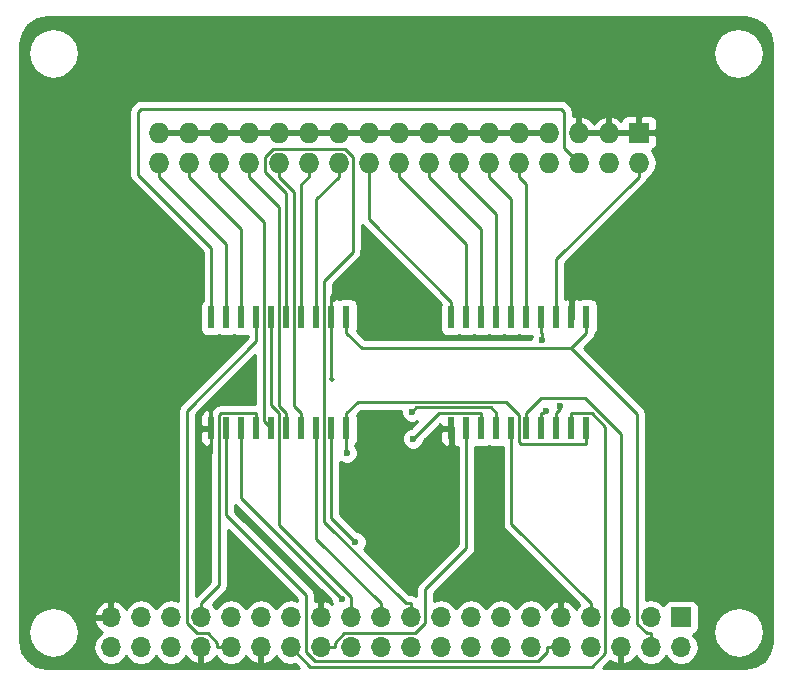
<source format=gbr>
G04 #@! TF.FileFunction,Copper,L2,Bot,Signal*
%FSLAX46Y46*%
G04 Gerber Fmt 4.6, Leading zero omitted, Abs format (unit mm)*
G04 Created by KiCad (PCBNEW 4.0.7) date 01/21/18 21:35:54*
%MOMM*%
%LPD*%
G01*
G04 APERTURE LIST*
%ADD10C,0.100000*%
%ADD11R,1.700000X1.700000*%
%ADD12O,1.700000X1.700000*%
%ADD13R,0.600000X1.950000*%
%ADD14R,1.727200X1.727200*%
%ADD15O,1.727200X1.727200*%
%ADD16C,0.600000*%
%ADD17C,0.250000*%
%ADD18C,0.254000*%
G04 APERTURE END LIST*
D10*
D11*
X166116000Y-88011000D03*
D12*
X166116000Y-90551000D03*
X163576000Y-88011000D03*
X163576000Y-90551000D03*
X161036000Y-88011000D03*
X161036000Y-90551000D03*
X158496000Y-88011000D03*
X158496000Y-90551000D03*
X155956000Y-88011000D03*
X155956000Y-90551000D03*
X153416000Y-88011000D03*
X153416000Y-90551000D03*
X150876000Y-88011000D03*
X150876000Y-90551000D03*
X148336000Y-88011000D03*
X148336000Y-90551000D03*
X145796000Y-88011000D03*
X145796000Y-90551000D03*
X143256000Y-88011000D03*
X143256000Y-90551000D03*
X140716000Y-88011000D03*
X140716000Y-90551000D03*
X138176000Y-88011000D03*
X138176000Y-90551000D03*
X135636000Y-88011000D03*
X135636000Y-90551000D03*
X133096000Y-88011000D03*
X133096000Y-90551000D03*
X130556000Y-88011000D03*
X130556000Y-90551000D03*
X128016000Y-88011000D03*
X128016000Y-90551000D03*
X125476000Y-88011000D03*
X125476000Y-90551000D03*
X122936000Y-88011000D03*
X122936000Y-90551000D03*
X120396000Y-88011000D03*
X120396000Y-90551000D03*
X117856000Y-88011000D03*
X117856000Y-90551000D03*
D13*
X158115000Y-72010000D03*
X156845000Y-72010000D03*
X155575000Y-72010000D03*
X154305000Y-72010000D03*
X153035000Y-72010000D03*
X151765000Y-72010000D03*
X150495000Y-72010000D03*
X149225000Y-72010000D03*
X147955000Y-72010000D03*
X146685000Y-72010000D03*
X146685000Y-62610000D03*
X147955000Y-62610000D03*
X149225000Y-62610000D03*
X150495000Y-62610000D03*
X151765000Y-62610000D03*
X153035000Y-62610000D03*
X154305000Y-62610000D03*
X155575000Y-62610000D03*
X156845000Y-62610000D03*
X158115000Y-62610000D03*
X137795000Y-72010000D03*
X136525000Y-72010000D03*
X135255000Y-72010000D03*
X133985000Y-72010000D03*
X132715000Y-72010000D03*
X131445000Y-72010000D03*
X130175000Y-72010000D03*
X128905000Y-72010000D03*
X127635000Y-72010000D03*
X126365000Y-72010000D03*
X126365000Y-62610000D03*
X127635000Y-62610000D03*
X128905000Y-62610000D03*
X130175000Y-62610000D03*
X131445000Y-62610000D03*
X132715000Y-62610000D03*
X133985000Y-62610000D03*
X135255000Y-62610000D03*
X136525000Y-62610000D03*
X137795000Y-62610000D03*
D14*
X162560000Y-46990000D03*
D15*
X162560000Y-49530000D03*
X160020000Y-46990000D03*
X160020000Y-49530000D03*
X157480000Y-46990000D03*
X157480000Y-49530000D03*
X154940000Y-46990000D03*
X154940000Y-49530000D03*
X152400000Y-46990000D03*
X152400000Y-49530000D03*
X149860000Y-46990000D03*
X149860000Y-49530000D03*
X147320000Y-46990000D03*
X147320000Y-49530000D03*
X144780000Y-46990000D03*
X144780000Y-49530000D03*
X142240000Y-46990000D03*
X142240000Y-49530000D03*
X139700000Y-46990000D03*
X139700000Y-49530000D03*
X137160000Y-46990000D03*
X137160000Y-49530000D03*
X134620000Y-46990000D03*
X134620000Y-49530000D03*
X132080000Y-46990000D03*
X132080000Y-49530000D03*
X129540000Y-46990000D03*
X129540000Y-49530000D03*
X127000000Y-46990000D03*
X127000000Y-49530000D03*
X124460000Y-46990000D03*
X124460000Y-49530000D03*
X121920000Y-46990000D03*
X121920000Y-49530000D03*
D16*
X139192000Y-57150000D03*
X146558000Y-77216000D03*
X129286000Y-67818000D03*
X125730000Y-74676000D03*
X129540000Y-84328000D03*
X128016000Y-81534000D03*
X155881800Y-70093400D03*
X154648000Y-70529300D03*
X137406400Y-86430000D03*
X138558000Y-81651500D03*
X154330500Y-64560400D03*
X143337400Y-70608200D03*
X143420100Y-72886200D03*
X137836000Y-74101200D03*
D17*
X136525000Y-62610000D02*
X136525000Y-60833000D01*
X139192000Y-58166000D02*
X139192000Y-57150000D01*
X136525000Y-60833000D02*
X139192000Y-58166000D01*
X146685000Y-72010000D02*
X146685000Y-77089000D01*
X146685000Y-77089000D02*
X146558000Y-77216000D01*
X136525000Y-62610000D02*
X136525000Y-67691000D01*
X136525000Y-67691000D02*
X136398000Y-67818000D01*
X136525000Y-62610000D02*
X136525000Y-67945000D01*
X136525000Y-67945000D02*
X136652000Y-67818000D01*
X126365000Y-72010000D02*
X126365000Y-70485000D01*
X129032000Y-67818000D02*
X129286000Y-67818000D01*
X126365000Y-70485000D02*
X129032000Y-67818000D01*
X126365000Y-72010000D02*
X126365000Y-74041000D01*
X126365000Y-74041000D02*
X125730000Y-74676000D01*
X129540000Y-84328000D02*
X128016000Y-82804000D01*
X128016000Y-82804000D02*
X128016000Y-81534000D01*
X155575000Y-57703900D02*
X155575000Y-62610000D01*
X162560000Y-50718900D02*
X155575000Y-57703900D01*
X162560000Y-49530000D02*
X162560000Y-50718900D01*
X153416000Y-44958000D02*
X155956000Y-44958000D01*
X156210000Y-45212000D02*
X156210000Y-48260000D01*
X155956000Y-44958000D02*
X156210000Y-45212000D01*
X126365000Y-62610000D02*
X126365000Y-56769000D01*
X156210000Y-48260000D02*
X157480000Y-49530000D01*
X120396000Y-44958000D02*
X153416000Y-44958000D01*
X120142000Y-45212000D02*
X120396000Y-44958000D01*
X120142000Y-49022000D02*
X120142000Y-45212000D01*
X120142000Y-50546000D02*
X120142000Y-49022000D01*
X126365000Y-56769000D02*
X120142000Y-50546000D01*
X155881800Y-70402900D02*
X155575000Y-70709700D01*
X155881800Y-70093400D02*
X155881800Y-70402900D01*
X155575000Y-72010000D02*
X155575000Y-70709700D01*
X153035000Y-51353900D02*
X153035000Y-62610000D01*
X152400000Y-50718900D02*
X153035000Y-51353900D01*
X152400000Y-49530000D02*
X152400000Y-50718900D01*
X151765000Y-52623900D02*
X151765000Y-62610000D01*
X149860000Y-50718900D02*
X151765000Y-52623900D01*
X149860000Y-49530000D02*
X149860000Y-50718900D01*
X150495000Y-53893900D02*
X150495000Y-62610000D01*
X147320000Y-50718900D02*
X150495000Y-53893900D01*
X147320000Y-49530000D02*
X147320000Y-50718900D01*
X144780000Y-49530000D02*
X144780000Y-50718900D01*
X149225000Y-55163900D02*
X149225000Y-62610000D01*
X144780000Y-50718900D02*
X149225000Y-55163900D01*
X147955000Y-56433900D02*
X147955000Y-62610000D01*
X142240000Y-50718900D02*
X147955000Y-56433900D01*
X142240000Y-49530000D02*
X142240000Y-50718900D01*
X139700000Y-54324700D02*
X146685000Y-61309700D01*
X139700000Y-49530000D02*
X139700000Y-54324700D01*
X146685000Y-62610000D02*
X146685000Y-61309700D01*
X135255000Y-52623900D02*
X135255000Y-62610000D01*
X137160000Y-50718900D02*
X135255000Y-52623900D01*
X137160000Y-49530000D02*
X137160000Y-50718900D01*
X133985000Y-51353900D02*
X133985000Y-62610000D01*
X134620000Y-50718900D02*
X133985000Y-51353900D01*
X134620000Y-49530000D02*
X134620000Y-50718900D01*
X133359700Y-70084400D02*
X133985000Y-70709700D01*
X133359700Y-51998600D02*
X133359700Y-70084400D01*
X132080000Y-50718900D02*
X133359700Y-51998600D01*
X132080000Y-49530000D02*
X132080000Y-50718900D01*
X133985000Y-72010000D02*
X133985000Y-70709700D01*
X129540000Y-49530000D02*
X129540000Y-50718900D01*
X132715000Y-72010000D02*
X132715000Y-70709700D01*
X132089700Y-53268600D02*
X129540000Y-50718900D01*
X132089700Y-70084400D02*
X132089700Y-53268600D01*
X132715000Y-70709700D02*
X132089700Y-70084400D01*
X130800400Y-71365400D02*
X131445000Y-72010000D01*
X130800400Y-54519300D02*
X130800400Y-71365400D01*
X127000000Y-50718900D02*
X130800400Y-54519300D01*
X127000000Y-49530000D02*
X127000000Y-50718900D01*
X128905000Y-55163900D02*
X128905000Y-62610000D01*
X124460000Y-50718900D02*
X128905000Y-55163900D01*
X124460000Y-49530000D02*
X124460000Y-50718900D01*
X121920000Y-49530000D02*
X121920000Y-50718900D01*
X127635000Y-56433900D02*
X121920000Y-50718900D01*
X127635000Y-61309700D02*
X127635000Y-56433900D01*
X127635000Y-62610000D02*
X127635000Y-61309700D01*
X137795000Y-62610000D02*
X137795000Y-63910300D01*
X158115000Y-62610000D02*
X158115000Y-63910300D01*
X163576000Y-90551000D02*
X163576000Y-89375700D01*
X163208600Y-89375700D02*
X163576000Y-89375700D01*
X162400700Y-88567800D02*
X163208600Y-89375700D01*
X162400700Y-70762200D02*
X162400700Y-88567800D01*
X156831900Y-65193400D02*
X162400700Y-70762200D01*
X139078100Y-65193400D02*
X156831900Y-65193400D01*
X137795000Y-63910300D02*
X139078100Y-65193400D01*
X156831900Y-65193400D02*
X158115000Y-63910300D01*
X154467600Y-70709700D02*
X154305000Y-70709700D01*
X154648000Y-70529300D02*
X154467600Y-70709700D01*
X154305000Y-72010000D02*
X154305000Y-70709700D01*
X161036000Y-72526900D02*
X161036000Y-88011000D01*
X157970200Y-69461100D02*
X161036000Y-72526900D01*
X154283600Y-69461100D02*
X157970200Y-69461100D01*
X153035000Y-70709700D02*
X154283600Y-69461100D01*
X153035000Y-72010000D02*
X153035000Y-70709700D01*
X151765000Y-80104700D02*
X158496000Y-86835700D01*
X151765000Y-72010000D02*
X151765000Y-80104700D01*
X158496000Y-88011000D02*
X158496000Y-86835700D01*
X128905000Y-77928600D02*
X137406400Y-86430000D01*
X128905000Y-72010000D02*
X128905000Y-77928600D01*
X154780700Y-90918400D02*
X154780700Y-90551000D01*
X153972800Y-91726300D02*
X154780700Y-90918400D01*
X135146100Y-91726300D02*
X153972800Y-91726300D01*
X134366000Y-90946200D02*
X135146100Y-91726300D01*
X134366000Y-86108300D02*
X134366000Y-90946200D01*
X127635000Y-79377300D02*
X134366000Y-86108300D01*
X127635000Y-72010000D02*
X127635000Y-79377300D01*
X155956000Y-90551000D02*
X154780700Y-90551000D01*
X142815300Y-86835700D02*
X143256000Y-86835700D01*
X135899600Y-79920000D02*
X142815300Y-86835700D01*
X135899600Y-59507200D02*
X135899600Y-79920000D01*
X138358900Y-57047900D02*
X135899600Y-59507200D01*
X138358900Y-49025600D02*
X138358900Y-57047900D01*
X137674300Y-48341000D02*
X138358900Y-49025600D01*
X131563100Y-48341000D02*
X137674300Y-48341000D01*
X130891000Y-49013100D02*
X131563100Y-48341000D01*
X130891000Y-50268400D02*
X130891000Y-49013100D01*
X132715000Y-52092400D02*
X130891000Y-50268400D01*
X132715000Y-62610000D02*
X132715000Y-52092400D01*
X143256000Y-88011000D02*
X143256000Y-86835700D01*
X135255000Y-81374700D02*
X140716000Y-86835700D01*
X135255000Y-72010000D02*
X135255000Y-81374700D01*
X140716000Y-88011000D02*
X140716000Y-86835700D01*
X138176000Y-88011000D02*
X138176000Y-86835700D01*
X131445000Y-70076600D02*
X131445000Y-62610000D01*
X132070400Y-70702000D02*
X131445000Y-70076600D01*
X132070400Y-80209600D02*
X132070400Y-70702000D01*
X138176000Y-86315200D02*
X132070400Y-80209600D01*
X138176000Y-86835700D02*
X138176000Y-86315200D01*
X136525000Y-79618500D02*
X138558000Y-81651500D01*
X136525000Y-72010000D02*
X136525000Y-79618500D01*
X136811300Y-90183600D02*
X136811300Y-90551000D01*
X137619200Y-89375700D02*
X136811300Y-90183600D01*
X143565400Y-89375700D02*
X137619200Y-89375700D01*
X144431400Y-88509700D02*
X143565400Y-89375700D01*
X144431400Y-85657800D02*
X144431400Y-88509700D01*
X147955000Y-82134200D02*
X144431400Y-85657800D01*
X147955000Y-72010000D02*
X147955000Y-82134200D01*
X135636000Y-90551000D02*
X136811300Y-90551000D01*
X154330500Y-63935800D02*
X154330500Y-64560400D01*
X154305000Y-63910300D02*
X154330500Y-63935800D01*
X154305000Y-62610000D02*
X154305000Y-63910300D01*
X134728900Y-92183900D02*
X133096000Y-90551000D01*
X158575500Y-92183900D02*
X134728900Y-92183900D01*
X159709700Y-91049700D02*
X158575500Y-92183900D01*
X159709700Y-71869600D02*
X159709700Y-91049700D01*
X158549800Y-70709700D02*
X159709700Y-71869600D01*
X156845000Y-70709700D02*
X158549800Y-70709700D01*
X156845000Y-72010000D02*
X156845000Y-70709700D01*
X143718900Y-70226700D02*
X143337400Y-70608200D01*
X150012000Y-70226700D02*
X143718900Y-70226700D01*
X150495000Y-70709700D02*
X150012000Y-70226700D01*
X150495000Y-72010000D02*
X150495000Y-70709700D01*
X145596600Y-70709700D02*
X143420100Y-72886200D01*
X149225000Y-70709700D02*
X145596600Y-70709700D01*
X149225000Y-72010000D02*
X149225000Y-70709700D01*
X126840700Y-90183600D02*
X126840700Y-90551000D01*
X126032800Y-89375700D02*
X126840700Y-90183600D01*
X125139700Y-89375700D02*
X126032800Y-89375700D01*
X124300600Y-88536600D02*
X125139700Y-89375700D01*
X124300600Y-70504400D02*
X124300600Y-88536600D01*
X130175000Y-64630000D02*
X124300600Y-70504400D01*
X130175000Y-62610000D02*
X130175000Y-64630000D01*
X128016000Y-90551000D02*
X126840700Y-90551000D01*
X127009600Y-85302100D02*
X125476000Y-86835700D01*
X127009600Y-70856600D02*
X127009600Y-85302100D01*
X127156500Y-70709700D02*
X127009600Y-70856600D01*
X130175000Y-70709700D02*
X127156500Y-70709700D01*
X130175000Y-72010000D02*
X130175000Y-70709700D01*
X125476000Y-88011000D02*
X125476000Y-86835700D01*
X158115000Y-72010000D02*
X158115000Y-73310300D01*
X152558000Y-73310300D02*
X158115000Y-73310300D01*
X152409600Y-73161900D02*
X152558000Y-73310300D01*
X152409600Y-70911400D02*
X152409600Y-73161900D01*
X151260200Y-69762000D02*
X152409600Y-70911400D01*
X138742700Y-69762000D02*
X151260200Y-69762000D01*
X137795000Y-70709700D02*
X138742700Y-69762000D01*
X137795000Y-72010000D02*
X137795000Y-70709700D01*
X137795000Y-74060200D02*
X137795000Y-72010000D01*
X137836000Y-74101200D02*
X137795000Y-74060200D01*
D18*
G36*
X172500865Y-37416800D02*
X173182832Y-37894727D01*
X173629991Y-38597249D01*
X173788000Y-39495473D01*
X173788000Y-90155599D01*
X173593700Y-91030365D01*
X173115773Y-91712332D01*
X172413251Y-92159491D01*
X171515027Y-92317500D01*
X159516702Y-92317500D01*
X160134343Y-91699859D01*
X160269076Y-91822645D01*
X160679110Y-91992476D01*
X160909000Y-91871155D01*
X160909000Y-90678000D01*
X160889000Y-90678000D01*
X160889000Y-90424000D01*
X160909000Y-90424000D01*
X160909000Y-90404000D01*
X161163000Y-90404000D01*
X161163000Y-90424000D01*
X161183000Y-90424000D01*
X161183000Y-90678000D01*
X161163000Y-90678000D01*
X161163000Y-91871155D01*
X161392890Y-91992476D01*
X161802924Y-91822645D01*
X162231183Y-91432358D01*
X162298298Y-91289447D01*
X162525946Y-91630147D01*
X163007715Y-91952054D01*
X163576000Y-92065093D01*
X164144285Y-91952054D01*
X164626054Y-91630147D01*
X164846000Y-91300974D01*
X165065946Y-91630147D01*
X165547715Y-91952054D01*
X166116000Y-92065093D01*
X166684285Y-91952054D01*
X167166054Y-91630147D01*
X167487961Y-91148378D01*
X167601000Y-90580093D01*
X167601000Y-90521907D01*
X167487961Y-89953622D01*
X167166054Y-89471853D01*
X167164821Y-89471029D01*
X167201317Y-89464162D01*
X167417441Y-89325090D01*
X167456092Y-89268522D01*
X168847477Y-89268522D01*
X169011747Y-90094362D01*
X169479547Y-90794475D01*
X170179660Y-91262275D01*
X171005500Y-91426545D01*
X171831340Y-91262275D01*
X172531453Y-90794475D01*
X172999253Y-90094362D01*
X173163523Y-89268522D01*
X172999253Y-88442682D01*
X172531453Y-87742569D01*
X171831340Y-87274769D01*
X171005500Y-87110499D01*
X170179660Y-87274769D01*
X169479547Y-87742569D01*
X169011747Y-88442682D01*
X168847477Y-89268522D01*
X167456092Y-89268522D01*
X167562431Y-89112890D01*
X167613440Y-88861000D01*
X167613440Y-87161000D01*
X167569162Y-86925683D01*
X167430090Y-86709559D01*
X167217890Y-86564569D01*
X166966000Y-86513560D01*
X165266000Y-86513560D01*
X165030683Y-86557838D01*
X164814559Y-86696910D01*
X164669569Y-86909110D01*
X164655914Y-86976541D01*
X164626054Y-86931853D01*
X164144285Y-86609946D01*
X163576000Y-86496907D01*
X163160700Y-86579515D01*
X163160700Y-70762200D01*
X163102848Y-70471361D01*
X162938101Y-70224799D01*
X157906702Y-65193400D01*
X158652401Y-64447701D01*
X158817148Y-64201140D01*
X158844596Y-64063147D01*
X158866441Y-64049090D01*
X159011431Y-63836890D01*
X159062440Y-63585000D01*
X159062440Y-61635000D01*
X159018162Y-61399683D01*
X158879090Y-61183559D01*
X158666890Y-61038569D01*
X158415000Y-60987560D01*
X157815000Y-60987560D01*
X157579683Y-61031838D01*
X157489020Y-61090178D01*
X157271310Y-61000000D01*
X157130750Y-61000000D01*
X156972000Y-61158750D01*
X156972000Y-62483000D01*
X156992000Y-62483000D01*
X156992000Y-62737000D01*
X156972000Y-62737000D01*
X156972000Y-62757000D01*
X156718000Y-62757000D01*
X156718000Y-62737000D01*
X156698000Y-62737000D01*
X156698000Y-62483000D01*
X156718000Y-62483000D01*
X156718000Y-61158750D01*
X156559250Y-61000000D01*
X156418690Y-61000000D01*
X156335000Y-61034666D01*
X156335000Y-58018702D01*
X163097401Y-51256301D01*
X163262148Y-51009739D01*
X163296976Y-50834646D01*
X163619670Y-50619029D01*
X163944526Y-50132848D01*
X164058600Y-49559359D01*
X164058600Y-49500641D01*
X163944526Y-48927152D01*
X163629474Y-48455644D01*
X163783299Y-48391927D01*
X163961927Y-48213298D01*
X164058600Y-47979909D01*
X164058600Y-47275750D01*
X163899850Y-47117000D01*
X162687000Y-47117000D01*
X162687000Y-47137000D01*
X162433000Y-47137000D01*
X162433000Y-47117000D01*
X160147000Y-47117000D01*
X160147000Y-47137000D01*
X159893000Y-47137000D01*
X159893000Y-47117000D01*
X157607000Y-47117000D01*
X157607000Y-47137000D01*
X157353000Y-47137000D01*
X157353000Y-47117000D01*
X157333000Y-47117000D01*
X157333000Y-46863000D01*
X157353000Y-46863000D01*
X157353000Y-45656183D01*
X157607000Y-45656183D01*
X157607000Y-46863000D01*
X159893000Y-46863000D01*
X159893000Y-45656183D01*
X160147000Y-45656183D01*
X160147000Y-46863000D01*
X162433000Y-46863000D01*
X162433000Y-45650150D01*
X162687000Y-45650150D01*
X162687000Y-46863000D01*
X163899850Y-46863000D01*
X164058600Y-46704250D01*
X164058600Y-46000091D01*
X163961927Y-45766702D01*
X163783299Y-45588073D01*
X163549910Y-45491400D01*
X162845750Y-45491400D01*
X162687000Y-45650150D01*
X162433000Y-45650150D01*
X162274250Y-45491400D01*
X161570090Y-45491400D01*
X161336701Y-45588073D01*
X161158073Y-45766702D01*
X161076300Y-45964120D01*
X160794947Y-45707312D01*
X160379026Y-45535042D01*
X160147000Y-45656183D01*
X159893000Y-45656183D01*
X159660974Y-45535042D01*
X159245053Y-45707312D01*
X158813179Y-46101510D01*
X158750000Y-46236313D01*
X158686821Y-46101510D01*
X158254947Y-45707312D01*
X157839026Y-45535042D01*
X157607000Y-45656183D01*
X157353000Y-45656183D01*
X157120974Y-45535042D01*
X156970000Y-45597574D01*
X156970000Y-45212000D01*
X156912148Y-44921161D01*
X156912148Y-44921160D01*
X156747401Y-44674599D01*
X156493401Y-44420599D01*
X156246839Y-44255852D01*
X155956000Y-44198000D01*
X120396000Y-44198000D01*
X120105160Y-44255852D01*
X119858599Y-44420599D01*
X119604599Y-44674599D01*
X119439852Y-44921161D01*
X119382000Y-45212000D01*
X119382000Y-50546000D01*
X119439852Y-50836839D01*
X119604599Y-51083401D01*
X125605000Y-57083802D01*
X125605000Y-61183437D01*
X125468569Y-61383110D01*
X125417560Y-61635000D01*
X125417560Y-63585000D01*
X125461838Y-63820317D01*
X125600910Y-64036441D01*
X125813110Y-64181431D01*
X126065000Y-64232440D01*
X126665000Y-64232440D01*
X126900317Y-64188162D01*
X126999528Y-64124322D01*
X127083110Y-64181431D01*
X127335000Y-64232440D01*
X127935000Y-64232440D01*
X128170317Y-64188162D01*
X128269528Y-64124322D01*
X128353110Y-64181431D01*
X128605000Y-64232440D01*
X129205000Y-64232440D01*
X129415000Y-64192926D01*
X129415000Y-64315198D01*
X123763199Y-69966999D01*
X123598452Y-70213561D01*
X123540600Y-70504400D01*
X123540600Y-86634211D01*
X123504285Y-86609946D01*
X122936000Y-86496907D01*
X122367715Y-86609946D01*
X121885946Y-86931853D01*
X121666000Y-87261026D01*
X121446054Y-86931853D01*
X120964285Y-86609946D01*
X120396000Y-86496907D01*
X119827715Y-86609946D01*
X119345946Y-86931853D01*
X119118298Y-87272553D01*
X119051183Y-87129642D01*
X118622924Y-86739355D01*
X118212890Y-86569524D01*
X117983000Y-86690845D01*
X117983000Y-87884000D01*
X118003000Y-87884000D01*
X118003000Y-88138000D01*
X117983000Y-88138000D01*
X117983000Y-88158000D01*
X117729000Y-88158000D01*
X117729000Y-88138000D01*
X116535181Y-88138000D01*
X116414514Y-88367892D01*
X116660817Y-88892358D01*
X117089076Y-89282645D01*
X117089101Y-89282655D01*
X116805946Y-89471853D01*
X116484039Y-89953622D01*
X116371000Y-90521907D01*
X116371000Y-90580093D01*
X116484039Y-91148378D01*
X116805946Y-91630147D01*
X117287715Y-91952054D01*
X117856000Y-92065093D01*
X118424285Y-91952054D01*
X118906054Y-91630147D01*
X119126000Y-91300974D01*
X119345946Y-91630147D01*
X119827715Y-91952054D01*
X120396000Y-92065093D01*
X120964285Y-91952054D01*
X121446054Y-91630147D01*
X121666000Y-91300974D01*
X121885946Y-91630147D01*
X122367715Y-91952054D01*
X122936000Y-92065093D01*
X123504285Y-91952054D01*
X123986054Y-91630147D01*
X124213702Y-91289447D01*
X124280817Y-91432358D01*
X124709076Y-91822645D01*
X125119110Y-91992476D01*
X125349000Y-91871155D01*
X125349000Y-90678000D01*
X125329000Y-90678000D01*
X125329000Y-90424000D01*
X125349000Y-90424000D01*
X125349000Y-90404000D01*
X125603000Y-90404000D01*
X125603000Y-90424000D01*
X125623000Y-90424000D01*
X125623000Y-90678000D01*
X125603000Y-90678000D01*
X125603000Y-91871155D01*
X125832890Y-91992476D01*
X126242924Y-91822645D01*
X126671183Y-91432358D01*
X126737789Y-91290530D01*
X126739210Y-91290812D01*
X126965946Y-91630147D01*
X127447715Y-91952054D01*
X128016000Y-92065093D01*
X128584285Y-91952054D01*
X129066054Y-91630147D01*
X129293702Y-91289447D01*
X129360817Y-91432358D01*
X129789076Y-91822645D01*
X130199110Y-91992476D01*
X130429000Y-91871155D01*
X130429000Y-90678000D01*
X130409000Y-90678000D01*
X130409000Y-90424000D01*
X130429000Y-90424000D01*
X130429000Y-90404000D01*
X130683000Y-90404000D01*
X130683000Y-90424000D01*
X130703000Y-90424000D01*
X130703000Y-90678000D01*
X130683000Y-90678000D01*
X130683000Y-91871155D01*
X130912890Y-91992476D01*
X131322924Y-91822645D01*
X131751183Y-91432358D01*
X131818298Y-91289447D01*
X132045946Y-91630147D01*
X132527715Y-91952054D01*
X133096000Y-92065093D01*
X133462408Y-91992210D01*
X133787698Y-92317500D01*
X112345901Y-92317500D01*
X111471135Y-92123200D01*
X110789168Y-91645273D01*
X110342009Y-90942751D01*
X110184000Y-90044527D01*
X110184000Y-89281000D01*
X110820955Y-89281000D01*
X110985225Y-90106840D01*
X111453025Y-90806953D01*
X112153138Y-91274753D01*
X112978978Y-91439023D01*
X113804818Y-91274753D01*
X114504931Y-90806953D01*
X114972731Y-90106840D01*
X115137001Y-89281000D01*
X114972731Y-88455160D01*
X114504931Y-87755047D01*
X114353865Y-87654108D01*
X116414514Y-87654108D01*
X116535181Y-87884000D01*
X117729000Y-87884000D01*
X117729000Y-86690845D01*
X117499110Y-86569524D01*
X117089076Y-86739355D01*
X116660817Y-87129642D01*
X116414514Y-87654108D01*
X114353865Y-87654108D01*
X113804818Y-87287247D01*
X112978978Y-87122977D01*
X112153138Y-87287247D01*
X111453025Y-87755047D01*
X110985225Y-88455160D01*
X110820955Y-89281000D01*
X110184000Y-89281000D01*
X110184000Y-40246522D01*
X110820955Y-40246522D01*
X110985225Y-41072362D01*
X111453025Y-41772475D01*
X112153138Y-42240275D01*
X112978978Y-42404545D01*
X113804818Y-42240275D01*
X114504931Y-41772475D01*
X114972731Y-41072362D01*
X115134518Y-40259000D01*
X168796455Y-40259000D01*
X168960725Y-41084840D01*
X169428525Y-41784953D01*
X170128638Y-42252753D01*
X170954478Y-42417023D01*
X171780318Y-42252753D01*
X172480431Y-41784953D01*
X172948231Y-41084840D01*
X173112501Y-40259000D01*
X172948231Y-39433160D01*
X172480431Y-38733047D01*
X171780318Y-38265247D01*
X170954478Y-38100977D01*
X170128638Y-38265247D01*
X169428525Y-38733047D01*
X168960725Y-39433160D01*
X168796455Y-40259000D01*
X115134518Y-40259000D01*
X115137001Y-40246522D01*
X114972731Y-39420682D01*
X114504931Y-38720569D01*
X113804818Y-38252769D01*
X112978978Y-38088499D01*
X112153138Y-38252769D01*
X111453025Y-38720569D01*
X110985225Y-39420682D01*
X110820955Y-40246522D01*
X110184000Y-40246522D01*
X110184000Y-39384401D01*
X110378300Y-38509635D01*
X110856227Y-37827668D01*
X111558749Y-37380509D01*
X112456973Y-37222500D01*
X171626099Y-37222500D01*
X172500865Y-37416800D01*
X172500865Y-37416800D01*
G37*
X172500865Y-37416800D02*
X173182832Y-37894727D01*
X173629991Y-38597249D01*
X173788000Y-39495473D01*
X173788000Y-90155599D01*
X173593700Y-91030365D01*
X173115773Y-91712332D01*
X172413251Y-92159491D01*
X171515027Y-92317500D01*
X159516702Y-92317500D01*
X160134343Y-91699859D01*
X160269076Y-91822645D01*
X160679110Y-91992476D01*
X160909000Y-91871155D01*
X160909000Y-90678000D01*
X160889000Y-90678000D01*
X160889000Y-90424000D01*
X160909000Y-90424000D01*
X160909000Y-90404000D01*
X161163000Y-90404000D01*
X161163000Y-90424000D01*
X161183000Y-90424000D01*
X161183000Y-90678000D01*
X161163000Y-90678000D01*
X161163000Y-91871155D01*
X161392890Y-91992476D01*
X161802924Y-91822645D01*
X162231183Y-91432358D01*
X162298298Y-91289447D01*
X162525946Y-91630147D01*
X163007715Y-91952054D01*
X163576000Y-92065093D01*
X164144285Y-91952054D01*
X164626054Y-91630147D01*
X164846000Y-91300974D01*
X165065946Y-91630147D01*
X165547715Y-91952054D01*
X166116000Y-92065093D01*
X166684285Y-91952054D01*
X167166054Y-91630147D01*
X167487961Y-91148378D01*
X167601000Y-90580093D01*
X167601000Y-90521907D01*
X167487961Y-89953622D01*
X167166054Y-89471853D01*
X167164821Y-89471029D01*
X167201317Y-89464162D01*
X167417441Y-89325090D01*
X167456092Y-89268522D01*
X168847477Y-89268522D01*
X169011747Y-90094362D01*
X169479547Y-90794475D01*
X170179660Y-91262275D01*
X171005500Y-91426545D01*
X171831340Y-91262275D01*
X172531453Y-90794475D01*
X172999253Y-90094362D01*
X173163523Y-89268522D01*
X172999253Y-88442682D01*
X172531453Y-87742569D01*
X171831340Y-87274769D01*
X171005500Y-87110499D01*
X170179660Y-87274769D01*
X169479547Y-87742569D01*
X169011747Y-88442682D01*
X168847477Y-89268522D01*
X167456092Y-89268522D01*
X167562431Y-89112890D01*
X167613440Y-88861000D01*
X167613440Y-87161000D01*
X167569162Y-86925683D01*
X167430090Y-86709559D01*
X167217890Y-86564569D01*
X166966000Y-86513560D01*
X165266000Y-86513560D01*
X165030683Y-86557838D01*
X164814559Y-86696910D01*
X164669569Y-86909110D01*
X164655914Y-86976541D01*
X164626054Y-86931853D01*
X164144285Y-86609946D01*
X163576000Y-86496907D01*
X163160700Y-86579515D01*
X163160700Y-70762200D01*
X163102848Y-70471361D01*
X162938101Y-70224799D01*
X157906702Y-65193400D01*
X158652401Y-64447701D01*
X158817148Y-64201140D01*
X158844596Y-64063147D01*
X158866441Y-64049090D01*
X159011431Y-63836890D01*
X159062440Y-63585000D01*
X159062440Y-61635000D01*
X159018162Y-61399683D01*
X158879090Y-61183559D01*
X158666890Y-61038569D01*
X158415000Y-60987560D01*
X157815000Y-60987560D01*
X157579683Y-61031838D01*
X157489020Y-61090178D01*
X157271310Y-61000000D01*
X157130750Y-61000000D01*
X156972000Y-61158750D01*
X156972000Y-62483000D01*
X156992000Y-62483000D01*
X156992000Y-62737000D01*
X156972000Y-62737000D01*
X156972000Y-62757000D01*
X156718000Y-62757000D01*
X156718000Y-62737000D01*
X156698000Y-62737000D01*
X156698000Y-62483000D01*
X156718000Y-62483000D01*
X156718000Y-61158750D01*
X156559250Y-61000000D01*
X156418690Y-61000000D01*
X156335000Y-61034666D01*
X156335000Y-58018702D01*
X163097401Y-51256301D01*
X163262148Y-51009739D01*
X163296976Y-50834646D01*
X163619670Y-50619029D01*
X163944526Y-50132848D01*
X164058600Y-49559359D01*
X164058600Y-49500641D01*
X163944526Y-48927152D01*
X163629474Y-48455644D01*
X163783299Y-48391927D01*
X163961927Y-48213298D01*
X164058600Y-47979909D01*
X164058600Y-47275750D01*
X163899850Y-47117000D01*
X162687000Y-47117000D01*
X162687000Y-47137000D01*
X162433000Y-47137000D01*
X162433000Y-47117000D01*
X160147000Y-47117000D01*
X160147000Y-47137000D01*
X159893000Y-47137000D01*
X159893000Y-47117000D01*
X157607000Y-47117000D01*
X157607000Y-47137000D01*
X157353000Y-47137000D01*
X157353000Y-47117000D01*
X157333000Y-47117000D01*
X157333000Y-46863000D01*
X157353000Y-46863000D01*
X157353000Y-45656183D01*
X157607000Y-45656183D01*
X157607000Y-46863000D01*
X159893000Y-46863000D01*
X159893000Y-45656183D01*
X160147000Y-45656183D01*
X160147000Y-46863000D01*
X162433000Y-46863000D01*
X162433000Y-45650150D01*
X162687000Y-45650150D01*
X162687000Y-46863000D01*
X163899850Y-46863000D01*
X164058600Y-46704250D01*
X164058600Y-46000091D01*
X163961927Y-45766702D01*
X163783299Y-45588073D01*
X163549910Y-45491400D01*
X162845750Y-45491400D01*
X162687000Y-45650150D01*
X162433000Y-45650150D01*
X162274250Y-45491400D01*
X161570090Y-45491400D01*
X161336701Y-45588073D01*
X161158073Y-45766702D01*
X161076300Y-45964120D01*
X160794947Y-45707312D01*
X160379026Y-45535042D01*
X160147000Y-45656183D01*
X159893000Y-45656183D01*
X159660974Y-45535042D01*
X159245053Y-45707312D01*
X158813179Y-46101510D01*
X158750000Y-46236313D01*
X158686821Y-46101510D01*
X158254947Y-45707312D01*
X157839026Y-45535042D01*
X157607000Y-45656183D01*
X157353000Y-45656183D01*
X157120974Y-45535042D01*
X156970000Y-45597574D01*
X156970000Y-45212000D01*
X156912148Y-44921161D01*
X156912148Y-44921160D01*
X156747401Y-44674599D01*
X156493401Y-44420599D01*
X156246839Y-44255852D01*
X155956000Y-44198000D01*
X120396000Y-44198000D01*
X120105160Y-44255852D01*
X119858599Y-44420599D01*
X119604599Y-44674599D01*
X119439852Y-44921161D01*
X119382000Y-45212000D01*
X119382000Y-50546000D01*
X119439852Y-50836839D01*
X119604599Y-51083401D01*
X125605000Y-57083802D01*
X125605000Y-61183437D01*
X125468569Y-61383110D01*
X125417560Y-61635000D01*
X125417560Y-63585000D01*
X125461838Y-63820317D01*
X125600910Y-64036441D01*
X125813110Y-64181431D01*
X126065000Y-64232440D01*
X126665000Y-64232440D01*
X126900317Y-64188162D01*
X126999528Y-64124322D01*
X127083110Y-64181431D01*
X127335000Y-64232440D01*
X127935000Y-64232440D01*
X128170317Y-64188162D01*
X128269528Y-64124322D01*
X128353110Y-64181431D01*
X128605000Y-64232440D01*
X129205000Y-64232440D01*
X129415000Y-64192926D01*
X129415000Y-64315198D01*
X123763199Y-69966999D01*
X123598452Y-70213561D01*
X123540600Y-70504400D01*
X123540600Y-86634211D01*
X123504285Y-86609946D01*
X122936000Y-86496907D01*
X122367715Y-86609946D01*
X121885946Y-86931853D01*
X121666000Y-87261026D01*
X121446054Y-86931853D01*
X120964285Y-86609946D01*
X120396000Y-86496907D01*
X119827715Y-86609946D01*
X119345946Y-86931853D01*
X119118298Y-87272553D01*
X119051183Y-87129642D01*
X118622924Y-86739355D01*
X118212890Y-86569524D01*
X117983000Y-86690845D01*
X117983000Y-87884000D01*
X118003000Y-87884000D01*
X118003000Y-88138000D01*
X117983000Y-88138000D01*
X117983000Y-88158000D01*
X117729000Y-88158000D01*
X117729000Y-88138000D01*
X116535181Y-88138000D01*
X116414514Y-88367892D01*
X116660817Y-88892358D01*
X117089076Y-89282645D01*
X117089101Y-89282655D01*
X116805946Y-89471853D01*
X116484039Y-89953622D01*
X116371000Y-90521907D01*
X116371000Y-90580093D01*
X116484039Y-91148378D01*
X116805946Y-91630147D01*
X117287715Y-91952054D01*
X117856000Y-92065093D01*
X118424285Y-91952054D01*
X118906054Y-91630147D01*
X119126000Y-91300974D01*
X119345946Y-91630147D01*
X119827715Y-91952054D01*
X120396000Y-92065093D01*
X120964285Y-91952054D01*
X121446054Y-91630147D01*
X121666000Y-91300974D01*
X121885946Y-91630147D01*
X122367715Y-91952054D01*
X122936000Y-92065093D01*
X123504285Y-91952054D01*
X123986054Y-91630147D01*
X124213702Y-91289447D01*
X124280817Y-91432358D01*
X124709076Y-91822645D01*
X125119110Y-91992476D01*
X125349000Y-91871155D01*
X125349000Y-90678000D01*
X125329000Y-90678000D01*
X125329000Y-90424000D01*
X125349000Y-90424000D01*
X125349000Y-90404000D01*
X125603000Y-90404000D01*
X125603000Y-90424000D01*
X125623000Y-90424000D01*
X125623000Y-90678000D01*
X125603000Y-90678000D01*
X125603000Y-91871155D01*
X125832890Y-91992476D01*
X126242924Y-91822645D01*
X126671183Y-91432358D01*
X126737789Y-91290530D01*
X126739210Y-91290812D01*
X126965946Y-91630147D01*
X127447715Y-91952054D01*
X128016000Y-92065093D01*
X128584285Y-91952054D01*
X129066054Y-91630147D01*
X129293702Y-91289447D01*
X129360817Y-91432358D01*
X129789076Y-91822645D01*
X130199110Y-91992476D01*
X130429000Y-91871155D01*
X130429000Y-90678000D01*
X130409000Y-90678000D01*
X130409000Y-90424000D01*
X130429000Y-90424000D01*
X130429000Y-90404000D01*
X130683000Y-90404000D01*
X130683000Y-90424000D01*
X130703000Y-90424000D01*
X130703000Y-90678000D01*
X130683000Y-90678000D01*
X130683000Y-91871155D01*
X130912890Y-91992476D01*
X131322924Y-91822645D01*
X131751183Y-91432358D01*
X131818298Y-91289447D01*
X132045946Y-91630147D01*
X132527715Y-91952054D01*
X133096000Y-92065093D01*
X133462408Y-91992210D01*
X133787698Y-92317500D01*
X112345901Y-92317500D01*
X111471135Y-92123200D01*
X110789168Y-91645273D01*
X110342009Y-90942751D01*
X110184000Y-90044527D01*
X110184000Y-89281000D01*
X110820955Y-89281000D01*
X110985225Y-90106840D01*
X111453025Y-90806953D01*
X112153138Y-91274753D01*
X112978978Y-91439023D01*
X113804818Y-91274753D01*
X114504931Y-90806953D01*
X114972731Y-90106840D01*
X115137001Y-89281000D01*
X114972731Y-88455160D01*
X114504931Y-87755047D01*
X114353865Y-87654108D01*
X116414514Y-87654108D01*
X116535181Y-87884000D01*
X117729000Y-87884000D01*
X117729000Y-86690845D01*
X117499110Y-86569524D01*
X117089076Y-86739355D01*
X116660817Y-87129642D01*
X116414514Y-87654108D01*
X114353865Y-87654108D01*
X113804818Y-87287247D01*
X112978978Y-87122977D01*
X112153138Y-87287247D01*
X111453025Y-87755047D01*
X110985225Y-88455160D01*
X110820955Y-89281000D01*
X110184000Y-89281000D01*
X110184000Y-40246522D01*
X110820955Y-40246522D01*
X110985225Y-41072362D01*
X111453025Y-41772475D01*
X112153138Y-42240275D01*
X112978978Y-42404545D01*
X113804818Y-42240275D01*
X114504931Y-41772475D01*
X114972731Y-41072362D01*
X115134518Y-40259000D01*
X168796455Y-40259000D01*
X168960725Y-41084840D01*
X169428525Y-41784953D01*
X170128638Y-42252753D01*
X170954478Y-42417023D01*
X171780318Y-42252753D01*
X172480431Y-41784953D01*
X172948231Y-41084840D01*
X173112501Y-40259000D01*
X172948231Y-39433160D01*
X172480431Y-38733047D01*
X171780318Y-38265247D01*
X170954478Y-38100977D01*
X170128638Y-38265247D01*
X169428525Y-38733047D01*
X168960725Y-39433160D01*
X168796455Y-40259000D01*
X115134518Y-40259000D01*
X115137001Y-40246522D01*
X114972731Y-39420682D01*
X114504931Y-38720569D01*
X113804818Y-38252769D01*
X112978978Y-38088499D01*
X112153138Y-38252769D01*
X111453025Y-38720569D01*
X110985225Y-39420682D01*
X110820955Y-40246522D01*
X110184000Y-40246522D01*
X110184000Y-39384401D01*
X110378300Y-38509635D01*
X110856227Y-37827668D01*
X111558749Y-37380509D01*
X112456973Y-37222500D01*
X171626099Y-37222500D01*
X172500865Y-37416800D01*
G36*
X151003000Y-90424000D02*
X151023000Y-90424000D01*
X151023000Y-90678000D01*
X151003000Y-90678000D01*
X151003000Y-90698000D01*
X150749000Y-90698000D01*
X150749000Y-90678000D01*
X150729000Y-90678000D01*
X150729000Y-90424000D01*
X150749000Y-90424000D01*
X150749000Y-90404000D01*
X151003000Y-90404000D01*
X151003000Y-90424000D01*
X151003000Y-90424000D01*
G37*
X151003000Y-90424000D02*
X151023000Y-90424000D01*
X151023000Y-90678000D01*
X151003000Y-90678000D01*
X151003000Y-90698000D01*
X150749000Y-90698000D01*
X150749000Y-90678000D01*
X150729000Y-90678000D01*
X150729000Y-90424000D01*
X150749000Y-90424000D01*
X150749000Y-90404000D01*
X151003000Y-90404000D01*
X151003000Y-90424000D01*
G36*
X143383000Y-90424000D02*
X143403000Y-90424000D01*
X143403000Y-90678000D01*
X143383000Y-90678000D01*
X143383000Y-90698000D01*
X143129000Y-90698000D01*
X143129000Y-90678000D01*
X143109000Y-90678000D01*
X143109000Y-90424000D01*
X143129000Y-90424000D01*
X143129000Y-90404000D01*
X143383000Y-90404000D01*
X143383000Y-90424000D01*
X143383000Y-90424000D01*
G37*
X143383000Y-90424000D02*
X143403000Y-90424000D01*
X143403000Y-90678000D01*
X143383000Y-90678000D01*
X143383000Y-90698000D01*
X143129000Y-90698000D01*
X143129000Y-90678000D01*
X143109000Y-90678000D01*
X143109000Y-90424000D01*
X143129000Y-90424000D01*
X143129000Y-90404000D01*
X143383000Y-90404000D01*
X143383000Y-90424000D01*
G36*
X136471278Y-86569680D02*
X136471238Y-86615167D01*
X136594805Y-86914223D01*
X136402924Y-86739355D01*
X135992890Y-86569524D01*
X135763000Y-86690845D01*
X135763000Y-87884000D01*
X135783000Y-87884000D01*
X135783000Y-88138000D01*
X135763000Y-88138000D01*
X135763000Y-88158000D01*
X135509000Y-88158000D01*
X135509000Y-88138000D01*
X135489000Y-88138000D01*
X135489000Y-87884000D01*
X135509000Y-87884000D01*
X135509000Y-86690845D01*
X135279110Y-86569524D01*
X135126000Y-86632940D01*
X135126000Y-86108300D01*
X135068148Y-85817461D01*
X134903401Y-85570899D01*
X128395000Y-79062498D01*
X128395000Y-78493402D01*
X136471278Y-86569680D01*
X136471278Y-86569680D01*
G37*
X136471278Y-86569680D02*
X136471238Y-86615167D01*
X136594805Y-86914223D01*
X136402924Y-86739355D01*
X135992890Y-86569524D01*
X135763000Y-86690845D01*
X135763000Y-87884000D01*
X135783000Y-87884000D01*
X135783000Y-88138000D01*
X135763000Y-88138000D01*
X135763000Y-88158000D01*
X135509000Y-88158000D01*
X135509000Y-88138000D01*
X135489000Y-88138000D01*
X135489000Y-87884000D01*
X135509000Y-87884000D01*
X135509000Y-86690845D01*
X135279110Y-86569524D01*
X135126000Y-86632940D01*
X135126000Y-86108300D01*
X135068148Y-85817461D01*
X134903401Y-85570899D01*
X128395000Y-79062498D01*
X128395000Y-78493402D01*
X136471278Y-86569680D01*
G36*
X149943110Y-73581431D02*
X150195000Y-73632440D01*
X150795000Y-73632440D01*
X151005000Y-73592926D01*
X151005000Y-80104700D01*
X151062852Y-80395539D01*
X151227599Y-80642101D01*
X157488750Y-86903252D01*
X157445946Y-86931853D01*
X157218298Y-87272553D01*
X157151183Y-87129642D01*
X156722924Y-86739355D01*
X156312890Y-86569524D01*
X156083000Y-86690845D01*
X156083000Y-87884000D01*
X156103000Y-87884000D01*
X156103000Y-88138000D01*
X156083000Y-88138000D01*
X156083000Y-88158000D01*
X155829000Y-88158000D01*
X155829000Y-88138000D01*
X155809000Y-88138000D01*
X155809000Y-87884000D01*
X155829000Y-87884000D01*
X155829000Y-86690845D01*
X155599110Y-86569524D01*
X155189076Y-86739355D01*
X154760817Y-87129642D01*
X154693702Y-87272553D01*
X154466054Y-86931853D01*
X153984285Y-86609946D01*
X153416000Y-86496907D01*
X152847715Y-86609946D01*
X152365946Y-86931853D01*
X152146000Y-87261026D01*
X151926054Y-86931853D01*
X151444285Y-86609946D01*
X150876000Y-86496907D01*
X150307715Y-86609946D01*
X149825946Y-86931853D01*
X149606000Y-87261026D01*
X149386054Y-86931853D01*
X148904285Y-86609946D01*
X148336000Y-86496907D01*
X147767715Y-86609946D01*
X147285946Y-86931853D01*
X147066000Y-87261026D01*
X146846054Y-86931853D01*
X146364285Y-86609946D01*
X145796000Y-86496907D01*
X145227715Y-86609946D01*
X145191400Y-86634211D01*
X145191400Y-85972602D01*
X148492401Y-82671601D01*
X148657148Y-82425039D01*
X148715000Y-82134200D01*
X148715000Y-73589914D01*
X148925000Y-73632440D01*
X149525000Y-73632440D01*
X149760317Y-73588162D01*
X149859528Y-73524322D01*
X149943110Y-73581431D01*
X149943110Y-73581431D01*
G37*
X149943110Y-73581431D02*
X150195000Y-73632440D01*
X150795000Y-73632440D01*
X151005000Y-73592926D01*
X151005000Y-80104700D01*
X151062852Y-80395539D01*
X151227599Y-80642101D01*
X157488750Y-86903252D01*
X157445946Y-86931853D01*
X157218298Y-87272553D01*
X157151183Y-87129642D01*
X156722924Y-86739355D01*
X156312890Y-86569524D01*
X156083000Y-86690845D01*
X156083000Y-87884000D01*
X156103000Y-87884000D01*
X156103000Y-88138000D01*
X156083000Y-88138000D01*
X156083000Y-88158000D01*
X155829000Y-88158000D01*
X155829000Y-88138000D01*
X155809000Y-88138000D01*
X155809000Y-87884000D01*
X155829000Y-87884000D01*
X155829000Y-86690845D01*
X155599110Y-86569524D01*
X155189076Y-86739355D01*
X154760817Y-87129642D01*
X154693702Y-87272553D01*
X154466054Y-86931853D01*
X153984285Y-86609946D01*
X153416000Y-86496907D01*
X152847715Y-86609946D01*
X152365946Y-86931853D01*
X152146000Y-87261026D01*
X151926054Y-86931853D01*
X151444285Y-86609946D01*
X150876000Y-86496907D01*
X150307715Y-86609946D01*
X149825946Y-86931853D01*
X149606000Y-87261026D01*
X149386054Y-86931853D01*
X148904285Y-86609946D01*
X148336000Y-86496907D01*
X147767715Y-86609946D01*
X147285946Y-86931853D01*
X147066000Y-87261026D01*
X146846054Y-86931853D01*
X146364285Y-86609946D01*
X145796000Y-86496907D01*
X145227715Y-86609946D01*
X145191400Y-86634211D01*
X145191400Y-85972602D01*
X148492401Y-82671601D01*
X148657148Y-82425039D01*
X148715000Y-82134200D01*
X148715000Y-73589914D01*
X148925000Y-73632440D01*
X149525000Y-73632440D01*
X149760317Y-73588162D01*
X149859528Y-73524322D01*
X149943110Y-73581431D01*
G36*
X133606000Y-86423102D02*
X133606000Y-86598352D01*
X133096000Y-86496907D01*
X132527715Y-86609946D01*
X132045946Y-86931853D01*
X131826000Y-87261026D01*
X131606054Y-86931853D01*
X131124285Y-86609946D01*
X130556000Y-86496907D01*
X129987715Y-86609946D01*
X129505946Y-86931853D01*
X129286000Y-87261026D01*
X129066054Y-86931853D01*
X128584285Y-86609946D01*
X128016000Y-86496907D01*
X127447715Y-86609946D01*
X126965946Y-86931853D01*
X126746000Y-87261026D01*
X126526054Y-86931853D01*
X126483250Y-86903252D01*
X127547001Y-85839501D01*
X127711748Y-85592939D01*
X127769600Y-85302100D01*
X127769600Y-80586702D01*
X133606000Y-86423102D01*
X133606000Y-86423102D01*
G37*
X133606000Y-86423102D02*
X133606000Y-86598352D01*
X133096000Y-86496907D01*
X132527715Y-86609946D01*
X132045946Y-86931853D01*
X131826000Y-87261026D01*
X131606054Y-86931853D01*
X131124285Y-86609946D01*
X130556000Y-86496907D01*
X129987715Y-86609946D01*
X129505946Y-86931853D01*
X129286000Y-87261026D01*
X129066054Y-86931853D01*
X128584285Y-86609946D01*
X128016000Y-86496907D01*
X127447715Y-86609946D01*
X126965946Y-86931853D01*
X126746000Y-87261026D01*
X126526054Y-86931853D01*
X126483250Y-86903252D01*
X127547001Y-85839501D01*
X127711748Y-85592939D01*
X127769600Y-85302100D01*
X127769600Y-80586702D01*
X133606000Y-86423102D01*
G36*
X142402238Y-70793367D02*
X142544283Y-71137143D01*
X142807073Y-71400392D01*
X143150601Y-71543038D01*
X143522567Y-71543362D01*
X143804718Y-71426780D01*
X143280420Y-71951078D01*
X143234933Y-71951038D01*
X142891157Y-72093083D01*
X142627908Y-72355873D01*
X142485262Y-72699401D01*
X142484938Y-73071367D01*
X142626983Y-73415143D01*
X142889773Y-73678392D01*
X143233301Y-73821038D01*
X143605267Y-73821362D01*
X143949043Y-73679317D01*
X144212292Y-73416527D01*
X144354938Y-73072999D01*
X144354979Y-73026123D01*
X145085352Y-72295750D01*
X145750000Y-72295750D01*
X145750000Y-73111309D01*
X145846673Y-73344698D01*
X146025301Y-73523327D01*
X146258690Y-73620000D01*
X146399250Y-73620000D01*
X146558000Y-73461250D01*
X146558000Y-72137000D01*
X145908750Y-72137000D01*
X145750000Y-72295750D01*
X145085352Y-72295750D01*
X145750000Y-71631102D01*
X145750000Y-71724250D01*
X145908750Y-71883000D01*
X146558000Y-71883000D01*
X146558000Y-71863000D01*
X146812000Y-71863000D01*
X146812000Y-71883000D01*
X146832000Y-71883000D01*
X146832000Y-72137000D01*
X146812000Y-72137000D01*
X146812000Y-73461250D01*
X146970750Y-73620000D01*
X147111310Y-73620000D01*
X147195000Y-73585334D01*
X147195000Y-81819398D01*
X143893999Y-85120399D01*
X143729252Y-85366961D01*
X143671400Y-85657800D01*
X143671400Y-86216781D01*
X143546839Y-86133552D01*
X143256000Y-86075700D01*
X143130102Y-86075700D01*
X139293161Y-82238759D01*
X139350192Y-82181827D01*
X139492838Y-81838299D01*
X139493162Y-81466333D01*
X139351117Y-81122557D01*
X139088327Y-80859308D01*
X138744799Y-80716662D01*
X138697923Y-80716621D01*
X137285000Y-79303698D01*
X137285000Y-74872683D01*
X137305673Y-74893392D01*
X137649201Y-75036038D01*
X138021167Y-75036362D01*
X138364943Y-74894317D01*
X138628192Y-74631527D01*
X138770838Y-74287999D01*
X138771162Y-73916033D01*
X138629117Y-73572257D01*
X138555000Y-73498011D01*
X138555000Y-73436563D01*
X138691431Y-73236890D01*
X138742440Y-72985000D01*
X138742440Y-71035000D01*
X138711094Y-70868408D01*
X139057502Y-70522000D01*
X142402474Y-70522000D01*
X142402238Y-70793367D01*
X142402238Y-70793367D01*
G37*
X142402238Y-70793367D02*
X142544283Y-71137143D01*
X142807073Y-71400392D01*
X143150601Y-71543038D01*
X143522567Y-71543362D01*
X143804718Y-71426780D01*
X143280420Y-71951078D01*
X143234933Y-71951038D01*
X142891157Y-72093083D01*
X142627908Y-72355873D01*
X142485262Y-72699401D01*
X142484938Y-73071367D01*
X142626983Y-73415143D01*
X142889773Y-73678392D01*
X143233301Y-73821038D01*
X143605267Y-73821362D01*
X143949043Y-73679317D01*
X144212292Y-73416527D01*
X144354938Y-73072999D01*
X144354979Y-73026123D01*
X145085352Y-72295750D01*
X145750000Y-72295750D01*
X145750000Y-73111309D01*
X145846673Y-73344698D01*
X146025301Y-73523327D01*
X146258690Y-73620000D01*
X146399250Y-73620000D01*
X146558000Y-73461250D01*
X146558000Y-72137000D01*
X145908750Y-72137000D01*
X145750000Y-72295750D01*
X145085352Y-72295750D01*
X145750000Y-71631102D01*
X145750000Y-71724250D01*
X145908750Y-71883000D01*
X146558000Y-71883000D01*
X146558000Y-71863000D01*
X146812000Y-71863000D01*
X146812000Y-71883000D01*
X146832000Y-71883000D01*
X146832000Y-72137000D01*
X146812000Y-72137000D01*
X146812000Y-73461250D01*
X146970750Y-73620000D01*
X147111310Y-73620000D01*
X147195000Y-73585334D01*
X147195000Y-81819398D01*
X143893999Y-85120399D01*
X143729252Y-85366961D01*
X143671400Y-85657800D01*
X143671400Y-86216781D01*
X143546839Y-86133552D01*
X143256000Y-86075700D01*
X143130102Y-86075700D01*
X139293161Y-82238759D01*
X139350192Y-82181827D01*
X139492838Y-81838299D01*
X139493162Y-81466333D01*
X139351117Y-81122557D01*
X139088327Y-80859308D01*
X138744799Y-80716662D01*
X138697923Y-80716621D01*
X137285000Y-79303698D01*
X137285000Y-74872683D01*
X137305673Y-74893392D01*
X137649201Y-75036038D01*
X138021167Y-75036362D01*
X138364943Y-74894317D01*
X138628192Y-74631527D01*
X138770838Y-74287999D01*
X138771162Y-73916033D01*
X138629117Y-73572257D01*
X138555000Y-73498011D01*
X138555000Y-73436563D01*
X138691431Y-73236890D01*
X138742440Y-72985000D01*
X138742440Y-71035000D01*
X138711094Y-70868408D01*
X139057502Y-70522000D01*
X142402474Y-70522000D01*
X142402238Y-70793367D01*
G36*
X130040400Y-69949700D02*
X127156500Y-69949700D01*
X126865661Y-70007552D01*
X126619099Y-70172299D01*
X126472199Y-70319199D01*
X126307452Y-70565761D01*
X126249600Y-70856600D01*
X126249600Y-72157000D01*
X126238000Y-72157000D01*
X126238000Y-72137000D01*
X125588750Y-72137000D01*
X125430000Y-72295750D01*
X125430000Y-73111309D01*
X125526673Y-73344698D01*
X125705301Y-73523327D01*
X125938690Y-73620000D01*
X126079250Y-73620000D01*
X126237998Y-73461252D01*
X126237998Y-73620000D01*
X126249600Y-73620000D01*
X126249600Y-84987298D01*
X125060600Y-86176298D01*
X125060600Y-70908691D01*
X125430000Y-70908691D01*
X125430000Y-71724250D01*
X125588750Y-71883000D01*
X126238000Y-71883000D01*
X126238000Y-70558750D01*
X126079250Y-70400000D01*
X125938690Y-70400000D01*
X125705301Y-70496673D01*
X125526673Y-70675302D01*
X125430000Y-70908691D01*
X125060600Y-70908691D01*
X125060600Y-70819202D01*
X130040400Y-65839402D01*
X130040400Y-69949700D01*
X130040400Y-69949700D01*
G37*
X130040400Y-69949700D02*
X127156500Y-69949700D01*
X126865661Y-70007552D01*
X126619099Y-70172299D01*
X126472199Y-70319199D01*
X126307452Y-70565761D01*
X126249600Y-70856600D01*
X126249600Y-72157000D01*
X126238000Y-72157000D01*
X126238000Y-72137000D01*
X125588750Y-72137000D01*
X125430000Y-72295750D01*
X125430000Y-73111309D01*
X125526673Y-73344698D01*
X125705301Y-73523327D01*
X125938690Y-73620000D01*
X126079250Y-73620000D01*
X126237998Y-73461252D01*
X126237998Y-73620000D01*
X126249600Y-73620000D01*
X126249600Y-84987298D01*
X125060600Y-86176298D01*
X125060600Y-70908691D01*
X125430000Y-70908691D01*
X125430000Y-71724250D01*
X125588750Y-71883000D01*
X126238000Y-71883000D01*
X126238000Y-70558750D01*
X126079250Y-70400000D01*
X125938690Y-70400000D01*
X125705301Y-70496673D01*
X125526673Y-70675302D01*
X125430000Y-70908691D01*
X125060600Y-70908691D01*
X125060600Y-70819202D01*
X130040400Y-65839402D01*
X130040400Y-69949700D01*
G36*
X139162599Y-54862101D02*
X145770893Y-61470395D01*
X145737560Y-61635000D01*
X145737560Y-63585000D01*
X145781838Y-63820317D01*
X145920910Y-64036441D01*
X146133110Y-64181431D01*
X146385000Y-64232440D01*
X146985000Y-64232440D01*
X147220317Y-64188162D01*
X147319528Y-64124322D01*
X147403110Y-64181431D01*
X147655000Y-64232440D01*
X148255000Y-64232440D01*
X148490317Y-64188162D01*
X148589528Y-64124322D01*
X148673110Y-64181431D01*
X148925000Y-64232440D01*
X149525000Y-64232440D01*
X149760317Y-64188162D01*
X149859528Y-64124322D01*
X149943110Y-64181431D01*
X150195000Y-64232440D01*
X150795000Y-64232440D01*
X151030317Y-64188162D01*
X151129528Y-64124322D01*
X151213110Y-64181431D01*
X151465000Y-64232440D01*
X152065000Y-64232440D01*
X152300317Y-64188162D01*
X152399528Y-64124322D01*
X152483110Y-64181431D01*
X152735000Y-64232440D01*
X153335000Y-64232440D01*
X153464387Y-64208094D01*
X153395662Y-64373601D01*
X153395610Y-64433400D01*
X139392902Y-64433400D01*
X138709107Y-63749605D01*
X138742440Y-63585000D01*
X138742440Y-61635000D01*
X138698162Y-61399683D01*
X138559090Y-61183559D01*
X138346890Y-61038569D01*
X138095000Y-60987560D01*
X137495000Y-60987560D01*
X137259683Y-61031838D01*
X137169020Y-61090178D01*
X136951310Y-61000000D01*
X136810750Y-61000000D01*
X136659600Y-61151150D01*
X136659600Y-59822002D01*
X138896301Y-57585301D01*
X139061048Y-57338740D01*
X139070646Y-57290486D01*
X139118900Y-57047900D01*
X139118900Y-54796701D01*
X139162599Y-54862101D01*
X139162599Y-54862101D01*
G37*
X139162599Y-54862101D02*
X145770893Y-61470395D01*
X145737560Y-61635000D01*
X145737560Y-63585000D01*
X145781838Y-63820317D01*
X145920910Y-64036441D01*
X146133110Y-64181431D01*
X146385000Y-64232440D01*
X146985000Y-64232440D01*
X147220317Y-64188162D01*
X147319528Y-64124322D01*
X147403110Y-64181431D01*
X147655000Y-64232440D01*
X148255000Y-64232440D01*
X148490317Y-64188162D01*
X148589528Y-64124322D01*
X148673110Y-64181431D01*
X148925000Y-64232440D01*
X149525000Y-64232440D01*
X149760317Y-64188162D01*
X149859528Y-64124322D01*
X149943110Y-64181431D01*
X150195000Y-64232440D01*
X150795000Y-64232440D01*
X151030317Y-64188162D01*
X151129528Y-64124322D01*
X151213110Y-64181431D01*
X151465000Y-64232440D01*
X152065000Y-64232440D01*
X152300317Y-64188162D01*
X152399528Y-64124322D01*
X152483110Y-64181431D01*
X152735000Y-64232440D01*
X153335000Y-64232440D01*
X153464387Y-64208094D01*
X153395662Y-64373601D01*
X153395610Y-64433400D01*
X139392902Y-64433400D01*
X138709107Y-63749605D01*
X138742440Y-63585000D01*
X138742440Y-61635000D01*
X138698162Y-61399683D01*
X138559090Y-61183559D01*
X138346890Y-61038569D01*
X138095000Y-60987560D01*
X137495000Y-60987560D01*
X137259683Y-61031838D01*
X137169020Y-61090178D01*
X136951310Y-61000000D01*
X136810750Y-61000000D01*
X136659600Y-61151150D01*
X136659600Y-59822002D01*
X138896301Y-57585301D01*
X139061048Y-57338740D01*
X139070646Y-57290486D01*
X139118900Y-57047900D01*
X139118900Y-54796701D01*
X139162599Y-54862101D01*
G36*
X122047000Y-46863000D02*
X124333000Y-46863000D01*
X124333000Y-46843000D01*
X124587000Y-46843000D01*
X124587000Y-46863000D01*
X126873000Y-46863000D01*
X126873000Y-46843000D01*
X127127000Y-46843000D01*
X127127000Y-46863000D01*
X129413000Y-46863000D01*
X129413000Y-46843000D01*
X129667000Y-46843000D01*
X129667000Y-46863000D01*
X131953000Y-46863000D01*
X131953000Y-46843000D01*
X132207000Y-46843000D01*
X132207000Y-46863000D01*
X134493000Y-46863000D01*
X134493000Y-46843000D01*
X134747000Y-46843000D01*
X134747000Y-46863000D01*
X137033000Y-46863000D01*
X137033000Y-46843000D01*
X137287000Y-46843000D01*
X137287000Y-46863000D01*
X139573000Y-46863000D01*
X139573000Y-46843000D01*
X139827000Y-46843000D01*
X139827000Y-46863000D01*
X142113000Y-46863000D01*
X142113000Y-46843000D01*
X142367000Y-46843000D01*
X142367000Y-46863000D01*
X144653000Y-46863000D01*
X144653000Y-46843000D01*
X144907000Y-46843000D01*
X144907000Y-46863000D01*
X147193000Y-46863000D01*
X147193000Y-46843000D01*
X147447000Y-46843000D01*
X147447000Y-46863000D01*
X149733000Y-46863000D01*
X149733000Y-46843000D01*
X149987000Y-46843000D01*
X149987000Y-46863000D01*
X152273000Y-46863000D01*
X152273000Y-46843000D01*
X152527000Y-46843000D01*
X152527000Y-46863000D01*
X154813000Y-46863000D01*
X154813000Y-46843000D01*
X155067000Y-46843000D01*
X155067000Y-46863000D01*
X155087000Y-46863000D01*
X155087000Y-47117000D01*
X155067000Y-47117000D01*
X155067000Y-47137000D01*
X154813000Y-47137000D01*
X154813000Y-47117000D01*
X152527000Y-47117000D01*
X152527000Y-47137000D01*
X152273000Y-47137000D01*
X152273000Y-47117000D01*
X149987000Y-47117000D01*
X149987000Y-47137000D01*
X149733000Y-47137000D01*
X149733000Y-47117000D01*
X147447000Y-47117000D01*
X147447000Y-47137000D01*
X147193000Y-47137000D01*
X147193000Y-47117000D01*
X144907000Y-47117000D01*
X144907000Y-47137000D01*
X144653000Y-47137000D01*
X144653000Y-47117000D01*
X142367000Y-47117000D01*
X142367000Y-47137000D01*
X142113000Y-47137000D01*
X142113000Y-47117000D01*
X139827000Y-47117000D01*
X139827000Y-47137000D01*
X139573000Y-47137000D01*
X139573000Y-47117000D01*
X137287000Y-47117000D01*
X137287000Y-47137000D01*
X137033000Y-47137000D01*
X137033000Y-47117000D01*
X134747000Y-47117000D01*
X134747000Y-47137000D01*
X134493000Y-47137000D01*
X134493000Y-47117000D01*
X132207000Y-47117000D01*
X132207000Y-47137000D01*
X131953000Y-47137000D01*
X131953000Y-47117000D01*
X129667000Y-47117000D01*
X129667000Y-47137000D01*
X129413000Y-47137000D01*
X129413000Y-47117000D01*
X127127000Y-47117000D01*
X127127000Y-47137000D01*
X126873000Y-47137000D01*
X126873000Y-47117000D01*
X124587000Y-47117000D01*
X124587000Y-47137000D01*
X124333000Y-47137000D01*
X124333000Y-47117000D01*
X122047000Y-47117000D01*
X122047000Y-47137000D01*
X121793000Y-47137000D01*
X121793000Y-47117000D01*
X121773000Y-47117000D01*
X121773000Y-46863000D01*
X121793000Y-46863000D01*
X121793000Y-46843000D01*
X122047000Y-46843000D01*
X122047000Y-46863000D01*
X122047000Y-46863000D01*
G37*
X122047000Y-46863000D02*
X124333000Y-46863000D01*
X124333000Y-46843000D01*
X124587000Y-46843000D01*
X124587000Y-46863000D01*
X126873000Y-46863000D01*
X126873000Y-46843000D01*
X127127000Y-46843000D01*
X127127000Y-46863000D01*
X129413000Y-46863000D01*
X129413000Y-46843000D01*
X129667000Y-46843000D01*
X129667000Y-46863000D01*
X131953000Y-46863000D01*
X131953000Y-46843000D01*
X132207000Y-46843000D01*
X132207000Y-46863000D01*
X134493000Y-46863000D01*
X134493000Y-46843000D01*
X134747000Y-46843000D01*
X134747000Y-46863000D01*
X137033000Y-46863000D01*
X137033000Y-46843000D01*
X137287000Y-46843000D01*
X137287000Y-46863000D01*
X139573000Y-46863000D01*
X139573000Y-46843000D01*
X139827000Y-46843000D01*
X139827000Y-46863000D01*
X142113000Y-46863000D01*
X142113000Y-46843000D01*
X142367000Y-46843000D01*
X142367000Y-46863000D01*
X144653000Y-46863000D01*
X144653000Y-46843000D01*
X144907000Y-46843000D01*
X144907000Y-46863000D01*
X147193000Y-46863000D01*
X147193000Y-46843000D01*
X147447000Y-46843000D01*
X147447000Y-46863000D01*
X149733000Y-46863000D01*
X149733000Y-46843000D01*
X149987000Y-46843000D01*
X149987000Y-46863000D01*
X152273000Y-46863000D01*
X152273000Y-46843000D01*
X152527000Y-46843000D01*
X152527000Y-46863000D01*
X154813000Y-46863000D01*
X154813000Y-46843000D01*
X155067000Y-46843000D01*
X155067000Y-46863000D01*
X155087000Y-46863000D01*
X155087000Y-47117000D01*
X155067000Y-47117000D01*
X155067000Y-47137000D01*
X154813000Y-47137000D01*
X154813000Y-47117000D01*
X152527000Y-47117000D01*
X152527000Y-47137000D01*
X152273000Y-47137000D01*
X152273000Y-47117000D01*
X149987000Y-47117000D01*
X149987000Y-47137000D01*
X149733000Y-47137000D01*
X149733000Y-47117000D01*
X147447000Y-47117000D01*
X147447000Y-47137000D01*
X147193000Y-47137000D01*
X147193000Y-47117000D01*
X144907000Y-47117000D01*
X144907000Y-47137000D01*
X144653000Y-47137000D01*
X144653000Y-47117000D01*
X142367000Y-47117000D01*
X142367000Y-47137000D01*
X142113000Y-47137000D01*
X142113000Y-47117000D01*
X139827000Y-47117000D01*
X139827000Y-47137000D01*
X139573000Y-47137000D01*
X139573000Y-47117000D01*
X137287000Y-47117000D01*
X137287000Y-47137000D01*
X137033000Y-47137000D01*
X137033000Y-47117000D01*
X134747000Y-47117000D01*
X134747000Y-47137000D01*
X134493000Y-47137000D01*
X134493000Y-47117000D01*
X132207000Y-47117000D01*
X132207000Y-47137000D01*
X131953000Y-47137000D01*
X131953000Y-47117000D01*
X129667000Y-47117000D01*
X129667000Y-47137000D01*
X129413000Y-47137000D01*
X129413000Y-47117000D01*
X127127000Y-47117000D01*
X127127000Y-47137000D01*
X126873000Y-47137000D01*
X126873000Y-47117000D01*
X124587000Y-47117000D01*
X124587000Y-47137000D01*
X124333000Y-47137000D01*
X124333000Y-47117000D01*
X122047000Y-47117000D01*
X122047000Y-47137000D01*
X121793000Y-47137000D01*
X121793000Y-47117000D01*
X121773000Y-47117000D01*
X121773000Y-46863000D01*
X121793000Y-46863000D01*
X121793000Y-46843000D01*
X122047000Y-46843000D01*
X122047000Y-46863000D01*
M02*

</source>
